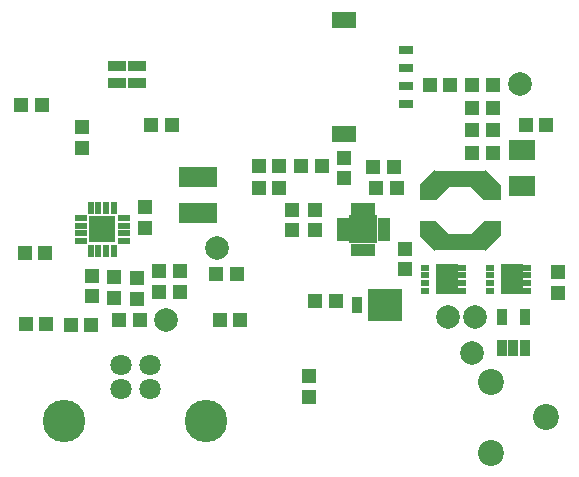
<source format=gbr>
G04 EAGLE Gerber RS-274X export*
G75*
%MOMM*%
%FSLAX34Y34*%
%LPD*%
%INSoldermask Top*%
%IPPOS*%
%AMOC8*
5,1,8,0,0,1.08239X$1,22.5*%
G01*
%ADD10R,1.280000X1.250000*%
%ADD11R,1.250000X1.280000*%
%ADD12R,2.200000X1.700000*%
%ADD13R,3.200000X1.700000*%
%ADD14R,0.820000X1.420000*%
%ADD15R,2.870000X2.740000*%
%ADD16R,0.960000X1.470000*%
%ADD17C,3.600000*%
%ADD18C,1.800000*%
%ADD19R,1.200000X0.800000*%
%ADD20R,2.000000X1.450000*%
%ADD21C,2.200000*%
%ADD22R,4.450000X1.400000*%
%ADD23R,0.800000X0.500000*%
%ADD24R,1.975000X2.650000*%
%ADD25R,1.000000X0.480000*%
%ADD26R,0.480000X1.000000*%
%ADD27R,2.300000X2.300000*%
%ADD28R,2.340000X2.340000*%
%ADD29C,2.000000*%
%ADD30R,0.700000X0.900000*%
%ADD31R,0.840000X0.900000*%

G36*
X416524Y297755D02*
X416524Y297755D01*
X416549Y297752D01*
X416644Y297775D01*
X416741Y297790D01*
X416762Y297802D01*
X416786Y297808D01*
X416870Y297859D01*
X416956Y297905D01*
X416973Y297923D01*
X416994Y297936D01*
X417056Y298012D01*
X417123Y298084D01*
X417133Y298106D01*
X417149Y298125D01*
X417183Y298216D01*
X417224Y298306D01*
X417226Y298330D01*
X417235Y298353D01*
X417249Y298500D01*
X417249Y310500D01*
X417246Y310520D01*
X417248Y310537D01*
X417233Y310600D01*
X417224Y310693D01*
X417214Y310716D01*
X417210Y310741D01*
X417193Y310772D01*
X417192Y310774D01*
X417187Y310783D01*
X417164Y310827D01*
X417123Y310916D01*
X417102Y310941D01*
X417095Y310956D01*
X417076Y310973D01*
X417030Y311030D01*
X405280Y322780D01*
X405263Y322792D01*
X405250Y322808D01*
X405164Y322863D01*
X405081Y322922D01*
X405062Y322928D01*
X405044Y322939D01*
X404945Y322963D01*
X404848Y322993D01*
X404827Y322992D01*
X404807Y322997D01*
X404706Y322988D01*
X404604Y322985D01*
X404585Y322978D01*
X404564Y322976D01*
X404471Y322935D01*
X404376Y322899D01*
X404360Y322886D01*
X404341Y322878D01*
X404226Y322785D01*
X391726Y310535D01*
X391709Y310512D01*
X391687Y310494D01*
X391637Y310414D01*
X391581Y310338D01*
X391573Y310311D01*
X391558Y310287D01*
X391537Y310195D01*
X391508Y310105D01*
X391509Y310077D01*
X391502Y310050D01*
X391512Y309956D01*
X391514Y309862D01*
X391523Y309835D01*
X391526Y309807D01*
X391565Y309721D01*
X391597Y309632D01*
X391615Y309610D01*
X391627Y309584D01*
X391720Y309470D01*
X403220Y297970D01*
X403300Y297913D01*
X403375Y297852D01*
X403398Y297843D01*
X403419Y297828D01*
X403512Y297800D01*
X403603Y297765D01*
X403636Y297762D01*
X403652Y297757D01*
X403677Y297758D01*
X403750Y297751D01*
X416500Y297751D01*
X416524Y297755D01*
G37*
G36*
X362346Y297767D02*
X362346Y297767D01*
X362443Y297776D01*
X362466Y297786D01*
X362491Y297790D01*
X362577Y297836D01*
X362666Y297877D01*
X362691Y297898D01*
X362706Y297905D01*
X362723Y297924D01*
X362780Y297970D01*
X374280Y309470D01*
X374296Y309493D01*
X374318Y309511D01*
X374367Y309592D01*
X374422Y309669D01*
X374430Y309696D01*
X374445Y309720D01*
X374465Y309812D01*
X374493Y309902D01*
X374492Y309930D01*
X374498Y309958D01*
X374488Y310052D01*
X374485Y310146D01*
X374475Y310172D01*
X374472Y310201D01*
X374432Y310286D01*
X374399Y310374D01*
X374381Y310396D01*
X374369Y310422D01*
X374274Y310535D01*
X361774Y322785D01*
X361758Y322797D01*
X361744Y322813D01*
X361658Y322867D01*
X361575Y322925D01*
X361555Y322931D01*
X361537Y322942D01*
X361438Y322965D01*
X361340Y322994D01*
X361320Y322993D01*
X361300Y322998D01*
X361199Y322988D01*
X361097Y322983D01*
X361077Y322976D01*
X361057Y322974D01*
X360964Y322932D01*
X360869Y322895D01*
X360853Y322882D01*
X360834Y322873D01*
X360720Y322780D01*
X348970Y311030D01*
X348913Y310950D01*
X348852Y310875D01*
X348843Y310852D01*
X348828Y310831D01*
X348800Y310738D01*
X348790Y310712D01*
X348776Y310682D01*
X348776Y310674D01*
X348765Y310647D01*
X348762Y310614D01*
X348757Y310598D01*
X348758Y310573D01*
X348751Y310500D01*
X348751Y298500D01*
X348755Y298476D01*
X348752Y298451D01*
X348775Y298356D01*
X348790Y298259D01*
X348802Y298238D01*
X348808Y298214D01*
X348859Y298130D01*
X348905Y298044D01*
X348923Y298027D01*
X348936Y298006D01*
X349012Y297944D01*
X349084Y297877D01*
X349106Y297867D01*
X349125Y297852D01*
X349216Y297817D01*
X349306Y297776D01*
X349330Y297774D01*
X349353Y297765D01*
X349500Y297751D01*
X362250Y297751D01*
X362346Y297767D01*
G37*
G36*
X404801Y255012D02*
X404801Y255012D01*
X404903Y255017D01*
X404923Y255024D01*
X404943Y255026D01*
X405036Y255068D01*
X405131Y255105D01*
X405147Y255118D01*
X405166Y255127D01*
X405280Y255220D01*
X417030Y266970D01*
X417087Y267050D01*
X417149Y267125D01*
X417157Y267148D01*
X417172Y267169D01*
X417200Y267262D01*
X417235Y267353D01*
X417238Y267386D01*
X417243Y267402D01*
X417242Y267427D01*
X417249Y267500D01*
X417249Y279500D01*
X417245Y279524D01*
X417248Y279549D01*
X417226Y279644D01*
X417210Y279741D01*
X417198Y279762D01*
X417192Y279786D01*
X417141Y279870D01*
X417095Y279956D01*
X417077Y279973D01*
X417064Y279994D01*
X416988Y280056D01*
X416917Y280123D01*
X416894Y280133D01*
X416875Y280149D01*
X416784Y280183D01*
X416694Y280224D01*
X416670Y280226D01*
X416647Y280235D01*
X416500Y280249D01*
X403750Y280249D01*
X403654Y280233D01*
X403557Y280224D01*
X403534Y280214D01*
X403509Y280210D01*
X403423Y280164D01*
X403334Y280123D01*
X403309Y280102D01*
X403294Y280095D01*
X403277Y280076D01*
X403220Y280030D01*
X391720Y268530D01*
X391704Y268507D01*
X391682Y268489D01*
X391633Y268408D01*
X391578Y268331D01*
X391570Y268304D01*
X391555Y268280D01*
X391535Y268188D01*
X391507Y268098D01*
X391508Y268070D01*
X391502Y268042D01*
X391512Y267948D01*
X391515Y267854D01*
X391525Y267828D01*
X391528Y267800D01*
X391568Y267714D01*
X391601Y267626D01*
X391619Y267604D01*
X391631Y267578D01*
X391726Y267465D01*
X404226Y255215D01*
X404243Y255203D01*
X404256Y255187D01*
X404342Y255133D01*
X404425Y255075D01*
X404445Y255069D01*
X404463Y255058D01*
X404562Y255035D01*
X404660Y255006D01*
X404680Y255007D01*
X404700Y255002D01*
X404801Y255012D01*
G37*
G36*
X361294Y255012D02*
X361294Y255012D01*
X361396Y255015D01*
X361415Y255022D01*
X361436Y255024D01*
X361529Y255065D01*
X361624Y255101D01*
X361640Y255114D01*
X361659Y255122D01*
X361774Y255215D01*
X374274Y267465D01*
X374291Y267488D01*
X374313Y267506D01*
X374363Y267586D01*
X374419Y267662D01*
X374427Y267689D01*
X374442Y267713D01*
X374463Y267805D01*
X374492Y267895D01*
X374491Y267923D01*
X374498Y267950D01*
X374488Y268044D01*
X374486Y268138D01*
X374477Y268165D01*
X374474Y268193D01*
X374435Y268279D01*
X374403Y268368D01*
X374385Y268390D01*
X374373Y268416D01*
X374280Y268530D01*
X362780Y280030D01*
X362700Y280087D01*
X362625Y280149D01*
X362602Y280157D01*
X362581Y280172D01*
X362488Y280200D01*
X362397Y280235D01*
X362364Y280238D01*
X362348Y280243D01*
X362323Y280242D01*
X362250Y280249D01*
X349500Y280249D01*
X349476Y280245D01*
X349451Y280248D01*
X349356Y280226D01*
X349259Y280210D01*
X349238Y280198D01*
X349214Y280192D01*
X349130Y280141D01*
X349044Y280095D01*
X349027Y280077D01*
X349006Y280064D01*
X348944Y279988D01*
X348877Y279917D01*
X348867Y279894D01*
X348852Y279875D01*
X348817Y279784D01*
X348776Y279694D01*
X348774Y279670D01*
X348765Y279647D01*
X348751Y279500D01*
X348751Y267500D01*
X348767Y267404D01*
X348776Y267307D01*
X348786Y267284D01*
X348790Y267259D01*
X348836Y267173D01*
X348877Y267084D01*
X348898Y267059D01*
X348905Y267044D01*
X348924Y267027D01*
X348970Y266970D01*
X360720Y255220D01*
X360737Y255208D01*
X360750Y255192D01*
X360836Y255137D01*
X360919Y255078D01*
X360938Y255072D01*
X360956Y255061D01*
X361055Y255037D01*
X361152Y255007D01*
X361173Y255008D01*
X361193Y255003D01*
X361294Y255012D01*
G37*
D10*
X109000Y231650D03*
X109000Y214350D03*
X336000Y239350D03*
X336000Y256650D03*
D11*
X277650Y212000D03*
X260350Y212000D03*
X438350Y361000D03*
X455650Y361000D03*
D12*
X435000Y340000D03*
X435000Y310000D03*
D11*
X410650Y395000D03*
X393350Y395000D03*
X393350Y357000D03*
X410650Y357000D03*
X94350Y196000D03*
X111650Y196000D03*
X70650Y192000D03*
X53350Y192000D03*
D10*
X116000Y274350D03*
X116000Y291650D03*
D11*
X179350Y196000D03*
X196650Y196000D03*
D13*
X161000Y317000D03*
X161000Y287000D03*
D11*
X312050Y307900D03*
X329350Y307900D03*
X176350Y235000D03*
X193650Y235000D03*
D10*
X466000Y236650D03*
X466000Y219350D03*
D14*
X437500Y199100D03*
X418500Y199100D03*
X428000Y172900D03*
X437500Y172900D03*
X418500Y172900D03*
D15*
X319000Y209000D03*
D16*
X295505Y209000D03*
D11*
X229650Y308000D03*
X212350Y308000D03*
D10*
X284300Y316350D03*
X284300Y333650D03*
X146000Y220350D03*
X146000Y237650D03*
D17*
X47800Y111000D03*
X168200Y111000D03*
D18*
X95500Y138100D03*
X120500Y138100D03*
X95500Y158100D03*
X120500Y158100D03*
D19*
X337000Y394500D03*
X337000Y379500D03*
X337000Y409500D03*
X337000Y424500D03*
D20*
X285000Y450550D03*
X285000Y353450D03*
D21*
X456000Y114000D03*
X409000Y144000D03*
X409000Y84000D03*
D22*
X383000Y262000D03*
X383000Y316000D03*
D23*
X353500Y240750D03*
X353500Y234250D03*
X353500Y227750D03*
X353500Y221250D03*
X384500Y221250D03*
X384500Y227750D03*
X384500Y234250D03*
X384500Y240750D03*
D24*
X372250Y231000D03*
D23*
X408500Y240750D03*
X408500Y234250D03*
X408500Y227750D03*
X408500Y221250D03*
X439500Y221250D03*
X439500Y227750D03*
X439500Y234250D03*
X439500Y240750D03*
D24*
X427250Y231000D03*
D11*
X121350Y361000D03*
X138650Y361000D03*
X357350Y395000D03*
X374650Y395000D03*
D10*
X260000Y289650D03*
X260000Y272350D03*
X241000Y272350D03*
X241000Y289650D03*
X71000Y216350D03*
X71000Y233650D03*
X90000Y215350D03*
X90000Y232650D03*
D11*
X309350Y326000D03*
X326650Y326000D03*
X248350Y326800D03*
X265650Y326800D03*
X229650Y327000D03*
X212350Y327000D03*
D10*
X128000Y220350D03*
X128000Y237650D03*
D11*
X393350Y338000D03*
X410650Y338000D03*
X393350Y376000D03*
X410650Y376000D03*
D25*
X62000Y276250D03*
X62000Y282750D03*
X62000Y269750D03*
X62000Y263250D03*
D26*
X70250Y255000D03*
X76750Y255000D03*
X83250Y255000D03*
X89750Y255000D03*
D25*
X98000Y263250D03*
X98000Y269750D03*
X98000Y276250D03*
X98000Y282750D03*
D26*
X89750Y291000D03*
X83250Y291000D03*
X76750Y291000D03*
X70250Y291000D03*
D27*
X80000Y273000D03*
D26*
X308500Y290500D03*
X303500Y290500D03*
X298500Y290500D03*
X293500Y290500D03*
D25*
X283500Y280500D03*
X283500Y275500D03*
X283500Y270500D03*
X283500Y265500D03*
D26*
X293500Y255500D03*
X298500Y255500D03*
X303500Y255500D03*
X308500Y255500D03*
D25*
X318500Y265500D03*
X318500Y270500D03*
X318500Y275500D03*
X318500Y280500D03*
D28*
X301000Y273000D03*
D29*
X393000Y168000D03*
X396000Y199000D03*
X373000Y199000D03*
X434000Y396000D03*
X134000Y196000D03*
X177000Y257000D03*
D10*
X255000Y131350D03*
X255000Y148650D03*
D11*
X15350Y193000D03*
X32650Y193000D03*
X28650Y378000D03*
X11350Y378000D03*
X14350Y253000D03*
X31650Y253000D03*
D10*
X63000Y342350D03*
X63000Y359650D03*
D30*
X105000Y411000D03*
X97000Y411000D03*
X97000Y397000D03*
X105000Y397000D03*
D31*
X113000Y411000D03*
X113000Y397000D03*
X89000Y411000D03*
X89000Y397000D03*
M02*

</source>
